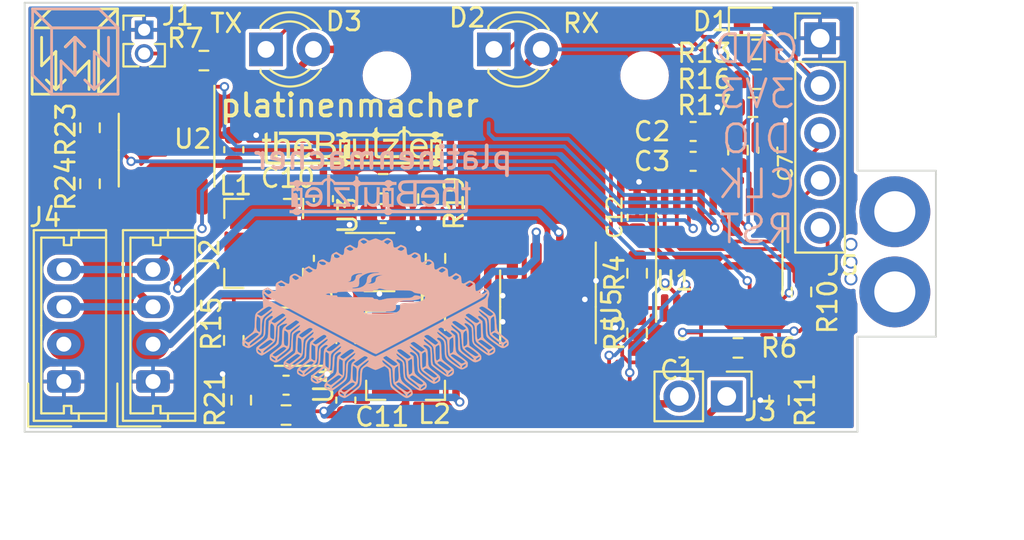
<source format=kicad_pcb>
(kicad_pcb (version 20221018) (generator pcbnew)
  (layers (0 "F.Cu" signal) (1 "In1.Cu" signal) (2 "In2.Cu" signal) (31 "B.Cu" signal) (34 "B.Paste" user) (35 "F.Paste" user) (36 "B.SilkS" user "B.Silkscreen") (37 "F.SilkS" user "F.Silkscreen") (38 "B.Mask" user) (39 "F.Mask" user) (44 "Edge.Cuts" user))
  (net 0 "")
  (net 1 "GND")
  (net 2 "/RST")
  (net 3 "+3V3")
  (net 4 "Net-(U2-VREF)")
  (net 5 "Net-(U1-PA6)")
  (net 6 "Net-(U3-BOOT)")
  (net 7 "Net-(U3-SW)")
  (net 8 "Net-(U4-BOOT)")
  (net 9 "Net-(U4-SW)")
  (net 10 "Net-(D1-K)")
  (net 11 "Net-(D2-K)")
  (net 12 "/OW")
  (net 13 "Net-(D3-K)")
  (net 14 "Net-(J2-Pin_3)")
  (net 15 "Net-(J2-Pin_4)")
  (net 16 "Net-(J3-Pin_1)")
  (net 17 "/SWDIO")
  (net 18 "/SWCLK")
  (net 19 "Net-(J3-Pin_2)")
  (net 20 "Net-(U1-BOOT0)")
  (net 21 "Net-(U1-PA0)")
  (net 22 "Net-(U1-PA5)")
  (net 23 "Net-(U3-EN)")
  (net 24 "Net-(U4-EN)")
  (net 25 "/PF0")
  (net 26 "/PF1")
  (net 27 "Net-(U3-FB)")
  (net 28 "Net-(U4-FB)")
  (net 29 "Net-(U1-PA7)")
  (net 30 "Net-(U2-RXD)")
  (net 33 "/PA2")
  (net 34 "/UART1_TX")
  (net 35 "/UART1_RX")
  (net 36 "/HEAT")
  (net 37 "/PA3")
  (net 38 "/PA4")
  (footprint "MountingHole:MountingHole_2.1mm" (layer "F.Cu") (at 133.6 85.4)
    (fp_text reference "REF**" hide)
    (fp_text value "MountingHole_2.1mm")
  )
  (footprint "Package_SO:TSSOP-20_4.4x6.5mm_P0.65mm" (layer "F.Cu") (at 137.6 95 90)
    (fp_text reference "U1")
    (fp_text value "STM32F070F6")
  )
  (footprint "Resistor_SMD:R_0603_1608Metric" (layer "F.Cu") (at 110 84.6 180)
    (fp_text reference "R7")
    (fp_text value "4K7")
  )
  (footprint "Capacitor_SMD:C_0603_1608Metric" (layer "F.Cu") (at 116.4 95.2 90)
    (fp_text reference "C5")
    (fp_text value "4µ7")
  )
  (footprint "MountingHole:MountingHole_2.2mm_M2_DIN965_Pad" (layer "F.Cu") (at 147 97)
    (fp_text reference "H2" hide)
    (fp_text value "MountingHole_Pad")
  )
  (footprint "Inductor_SMD:L_Bourns-SRN4018" (layer "F.Cu") (at 113.2 94.4 90)
    (fp_text reference "L1")
    (fp_text value "10µ")
  )
  (footprint "Capacitor_SMD:C_0603_1608Metric" (layer "F.Cu") (at 135.6 100 180)
    (fp_text reference "C1")
    (fp_text value "100nF")
  )
  (footprint "theBrutzler:thebrutzler_10mm_mod" (layer "F.Cu") (at 118 89.2)
    (fp_text reference "G***" hide)
    (fp_text value "LOGO" hide)
  )
  (footprint "LED_SMD:LED_0603_1608Metric" (layer "F.Cu") (at 139.6 82.5)
    (fp_text reference "D1")
    (fp_text value "LED")
  )
  (footprint "Capacitor_SMD:C_0603_1608Metric" (layer "F.Cu") (at 136.2 88.4 180)
    (fp_text reference "C2")
    (fp_text value "4,7µF")
  )
  (footprint "Resistor_SMD:R_0603_1608Metric" (layer "F.Cu") (at 133.2 99.2 -90)
    (fp_text reference "R5")
    (fp_text value "100" hide)
  )
  (footprint "Connector_Molex:Molex_Micro-Latch_53253-0470_1x04_P2.00mm_Vertical" (layer "F.Cu") (at 102.5 101.8 90)
    (fp_text reference "J4")
    (fp_text value "Conn_01x04_Female")
  )
  (footprint "Package_SO:SOIC-8_3.9x4.9mm_P1.27mm" (layer "F.Cu") (at 108 89.4 -90)
    (fp_text reference "U2")
    (fp_text value "SN65HVD1050D")
  )
  (footprint "Package_TO_SOT_SMD:SOT-23-6" (layer "F.Cu") (at 119.4 95.4)
    (fp_text reference "U3")
    (fp_text value "TPS54202DDC")
  )
  (footprint "Connector_Molex:Molex_Micro-Latch_53253-0470_1x04_P2.00mm_Vertical" (layer "F.Cu") (at 107.275 101.8 90)
    (fp_text reference "J2")
    (fp_text value "Conn_01x04_Female")
  )
  (footprint "Capacitor_SMD:C_0603_1608Metric" (layer "F.Cu") (at 136.2 90 180)
    (fp_text reference "C3")
    (fp_text value "100nF")
  )
  (footprint "Resistor_SMD:R_0603_1608Metric" (layer "F.Cu") (at 111.6 99.6 90)
    (fp_text reference "R15")
    (fp_text value "4K7")
  )
  (footprint "Resistor_SMD:R_0603_1608Metric" (layer "F.Cu") (at 142 97 -90)
    (fp_text reference "R10")
    (fp_text value "4K7")
  )
  (footprint "Resistor_SMD:R_0603_1608Metric" (layer "F.Cu") (at 138.6 100 180)
    (fp_text reference "R6")
    (fp_text value "4K7")
  )
  (footprint "Resistor_SMD:R_0603_1608Metric" (layer "F.Cu") (at 119.6 91.2 180)
    (fp_text reference "R18" hide)
    (fp_text value "733K")
  )
  (footprint "Connector_PinHeader_2.54mm:PinHeader_1x05_P2.54mm_Vertical" (layer "F.Cu") (at 143 83.4)
    (fp_text reference "J5")
    (fp_text value "Conn_01x05_Female")
  )
  (footprint "Capacitor_SMD:C_0603_1608Metric" (layer "F.Cu") (at 111.6 89.375 90)
    (fp_text reference "C4" hide)
    (fp_text value "100nF")
  )
  (footprint "Resistor_SMD:R_0603_1608Metric" (layer "F.Cu") (at 122 92 90)
    (fp_text reference "R19")
    (fp_text value "100K")
  )
  (footprint "TheBrutzlers_Lib:Symbol_kurzschlussblog" (layer "F.Cu") (at 100.8 86.4)
    (fp_text reference "SM3" hide)
    (fp_text value "SYM_Arrow45_Tiny" hide)
  )
  (footprint "Connector_PinHeader_2.54mm:PinHeader_1x02_P2.54mm_Vertical" (layer "F.Cu") (at 138 102.6 -90)
    (fp_text reference "J3")
    (fp_text value "Conn_01x02_Female")
  )
  (footprint "Resistor_SMD:R_0603_1608Metric" (layer "F.Cu") (at 138.6 89.4 -90)
    (fp_text reference "R22" hide)
    (fp_text value "100")
  )
  (footprint "Resistor_SMD:R_0603_1608Metric" (layer "F.Cu") (at 139.6 84)
    (fp_text reference "R13")
    (fp_text value "1K")
  )
  (footprint "MountingHole:MountingHole_2.2mm_M2_DIN965_Pad" (layer "F.Cu") (at 147 92.7)
    (fp_text reference "H1" hide)
    (fp_text value "MountingHole_Pad")
  )
  (footprint "Resistor_SMD:R_0603_1608Metric" (layer "F.Cu") (at 112 102.8 -90)
    (fp_text reference "R21")
    (fp_text value "100K")
  )
  (footprint "LED_THT:LED_D3.0mm_IRBlack" (layer "F.Cu") (at 125.525 84)
    (fp_text reference "D2")
    (fp_text value "D_Photo")
  )
  (footprint "Capacitor_SMD:C_0603_1608Metric" (layer "F.Cu") (at 114.4 102)
    (fp_text reference "C9" hide)
    (fp_text value "100nF")
  )
  (footprint "Resistor_SMD:R_0603_1608Metric" (layer "F.Cu") (at 114.4 103.6)
    (fp_text reference "R20" hide)
    (fp_text value "450K")
  )
  (footprint "Resistor_SMD:R_0603_1608Metric" (layer "F.Cu") (at 140.8 102.8 -90)
    (fp_text reference "R11")
    (fp_text value "4K7")
  )
  (footprint "Capacitor_SMD:C_0603_1608Metric" (layer "F.Cu") (at 140.2 89.4 90)
    (fp_text reference "C7")
    (fp_text value "100nF")
  )
  (footprint "Capacitor_SMD:C_0603_1608Metric" (layer "F.Cu") (at 117.6 102.8 90)
    (fp_text reference "C11")
    (fp_text value "4µ7")
  )
  (footprint "Resistor_SMD:R_0603_1608Metric" (layer "F.Cu") (at 103.9 91.2 -90)
    (fp_text reference "R24")
    (fp_text value "2K")
  )
  (footprint "LED_THT:LED_D3.0mm_IRBlack" (layer "F.Cu") (at 113.325 84)
    (fp_text reference "D3")
    (fp_text value "IR204A")
  )
  (footprint "Package_TO_SOT_SMD:SOT-23-6" (layer "F.Cu") (at 114.6 99.4 180)
    (fp_text reference "U4")
    (fp_text value "TPS54202DDC")
  )
  (footprint "Capacitor_SMD:C_0603_1608Metric" (layer "F.Cu") (at 117.6 99.6 -90)
    (fp_text reference "C6")
    (fp_text value "4µ7")
  )
  (footprint "Package_SO:SOIC-8-1EP_3.9x4.9mm_P1.27mm_EP2.41x3.3mm" (layer "F.Cu") (at 128.425 97.8 -90)
    (fp_text reference "U5")
    (fp_text value "BDR6133")
  )
  (footprint "Resistor_SMD:R_0603_1608Metric" (layer "F.Cu") (at 103.9 88.2 -90)
    (fp_text reference "R23")
    (fp_text value "1K")
  )
  (footprint "MountingHole:MountingHole_2.1mm" (layer "F.Cu") (at 119.8 85.4)
    (fp_text reference "REF**" hide)
    (fp_text value "MountingHole_2.1mm")
  )
  (footprint "Resistor_SMD:R_0603_1608Metric" (layer "F.Cu") (at 139.4 87.1 180)
    (fp_text reference "R17")
    (fp_text value "4K7")
  )
  (footprint "Capacitor_SMD:C_0603_1608Metric" (layer "F.Cu") (at 116.4 92 -90)
    (fp_text reference "C10")
    (fp_text value "4µ7")
  )
  (footprint "Connector_PinHeader_1.27mm:PinHeader_1x02_P1.27mm_Vertical" (layer "F.Cu") (at 106.8 82.95)
    (fp_text reference "J1")
    (fp_text value "Conn_01x02_Female")
  )
  (footprint "Resistor_SMD:R_0603_1608Metric" (layer "F.Cu") (at 122.4 95.2 -90)
    (fp_text reference "R14")
    (fp_text value "4K7")
  )
  (footprint "Capacitor_SMD:C_0603_1608Metric" (layer "F.Cu") (at 133.2 93 -90)
    (fp_text reference "C12")
    (fp_text value "100nF")
  )
  (footprint "Inductor_SMD:L_Bourns-SRN4018" (layer "F.Cu") (at 120.8 100.4 -90)
    (fp_text reference "L2")
    (fp_text value "10µ")
  )
  (footprint "Capacitor_SMD:C_0603_1608Metric" (layer "F.Cu") (at 119.6 92.8 180)
    (fp_text reference "C8" hide)
    (fp_text value "100nF")
  )
  (footprint "Resistor_SMD:R_0603_1608Metric" (layer "F.Cu") (at 139.6 85.6)
    (fp_text reference "R16")
    (fp_text value "1K")
  )
  (footprint "Resistor_SMD:R_0603_1608Metric" (layer "F.Cu") (at 133.2 96 -90)
    (fp_text reference "R4")
    (fp_text value "100")
  )
  (footprint "TheBrutzlers_Lib:Symbol_kurzschlussblog" (layer "B.Cu") (at 105.3985 86.4 180)
    (fp_text reference "SM3" hide)
    (fp_text value "SYM_Arrow45_Tiny" hide)
  )
  (footprint "TheBrutzlers_Lib:Platinenmacher_14" (layer "B.Cu") (at 119.2 98.4 180)
    (fp_text reference "G***" hide)
    (fp_text value "LOGO" hide)
  )
  (footprint "theBrutzler:thebrutzler_10mm_mod" (layer "B.Cu") (at 119.4 91.8 180)
    (fp_text reference "G***" hide)
    (fp_text value "LOGO" hide)
  )
  (gr_line (start 149.2 99.4) (end 149.2 90.7) (stroke (width 0.1)) (layer "Edge.Cuts"))
  (gr_line (start 145 104.5) (end 145 99.4) (stroke (width 0.1)) (layer "Edge.Cuts"))
  (gr_line (start 145 99.4) (end 149.2 99.4) (stroke (width 0.1)) (layer "Edge.Cuts"))
  (gr_line (start 145 104.5) (end 100.4 104.5) (stroke (width 0.1)) (layer "Edge.Cuts"))
  (gr_line (start 145 90.5) (end 145 81.5) (stroke (width 0.1)) (layer "Edge.Cuts"))
  (gr_line (start 100.4 104.5) (end 100.4 81.5) (stroke (width 0.1)) (layer "Edge.Cuts"))
  (gr_line (start 149.2 90.7) (end 149.2 90.5) (stroke (width 0.1)) (layer "Edge.Cuts"))
  (gr_line (start 100.4 81.5) (end 145 81.5) (stroke (width 0.1)) (layer "Edge.Cuts"))
  (gr_line (start 149.2 90.5) (end 145 90.5) (stroke (width 0.1)) (layer "Edge.Cuts"))
  (gr_text "GND\n3V3\nDIO\nCLK\nRST" (at 139.6 88.8) (layer "B.SilkS") (effects (font (size 1.5 1.5)) (justify mirror)))
  (gr_text "platinenmacher" (at 119.6 89.8) (layer "B.SilkS") (effects (font (size 1.2 1.2) (thickness 0.2)) (justify mirror)))
  (gr_text "platinenmacher" (at 117.8 87) (layer "F.SilkS") (effects (font (size 1.2 1.2) (thickness 0.2))))
  (gr_text "TX" (at 111.2 82.6) (layer "F.SilkS") (effects (font (size 1 1))))
  (gr_text "RX" (at 130.2 82.6) (layer "F.SilkS") (effects (font (size 1 1))))
  (segment (start 133.2 100.025) (end 133.2 99.3) (width 0.4) (layer "F.Cu") (net 1))
  (segment (start 116.6 101.4) (end 116.6 101.375) (width 0.4) (layer "F.Cu") (net 1))
  (segment (start 138.575 87.1) (end 137.5 87.1) (width 0.2) (layer "F.Cu") (net 1))
  (segment (start 130.725 95.325) (end 131 95.6) (width 0.4) (layer "F.Cu") (net 1))
  (segment (start 133.2 99.3) (end 133.075 99.175) (width 0.4) (layer "F.Cu") (net 1))
  (segment (start 133.2 91.2) (end 133.3 91.1) (width 0.4) (layer "F.Cu") (net 1))
  (segment (start 111.425 101.4) (end 112 101.975) (width 0.2) (layer "F.Cu") (net 1))
  (segment (start 137.925 92.1375) (end 137.925 90.95) (width 0.4) (layer "F.Cu") (net 1))
  (segment (start 130.33 95.325) (end 130.725 95.325) (width 0.4) (layer "F.Cu") (net 1))
  (segment (start 140.2 88.625) (end 141.025 87.8) (width 0.2) (layer "F.Cu") (net 1))
  (segment (start 130 97.8) (end 130.4 97.4) (width 0.4) (layer "F.Cu") (net 1))
  (segment (start 141.025 87.8) (end 141.1505 87.8) (width 0.2) (layer "F.Cu") (net 1))
  (segment (start 128.425 97.8) (end 126.6 97.8) (width 0.4) (layer "F.Cu") (net 1))
  (segment (start 133.075 99.175) (end 132.295064 99.175) (width 0.4) (layer "F.Cu") (net 1))
  (segment (start 136.975 87.625) (end 137.5 87.1) (width 0.4) (layer "F.Cu") (net 1))
  (segment (start 133.2 92.225) (end 133.2 91.2) (width 0.4) (layer "F.Cu") (net 1))
  (segment (start 117.79375 93.59375) (end 118.2625 94.0625) (width 0.4) (layer "F.Cu") (net 1))
  (segment (start 128.425 97.8) (end 130 97.8) (width 0.4) (layer "F.Cu") (net 1))
  (segment (start 116.4 92.775) (end 117.18125 92.775) (width 0.4) (layer "F.Cu") (net 1))
  (segment (start 116.4 94.425) (end 116.775 94.425) (width 0.4) (layer "F.Cu") (net 1))
  (segment (start 126.6 97.8) (end 126 97.2) (width 0.4) (layer "F.Cu") (net 1))
  (segment (start 117.8 93.39375) (end 117.8 93.4) (width 0.4) (layer "F.Cu") (net 1))
  (segment (start 131 95.6) (end 131 96.4) (width 0.4) (layer "F.Cu") (net 1))
  (segment (start 132.295064 99.175) (end 132.036668 98.916604) (width 0.4) (layer "F.Cu") (net 1))
  (segment (start 117.18125 92.775) (end 117.8 93.39375) (width 0.4) (layer "F.Cu") (net 1))
  (segment (start 115.7375 100.35) (end 115.7375 100.9375) (width 0.4) (layer "F.Cu") (net 1))
  (segment (start 115.7375 100.9375) (end 116.2 101.4) (width 0.4) (layer "F.Cu") (net 1))
  (segment (start 111 101.4) (end 111.425 101.4) (width 0.2) (layer "F.Cu") (net 1))
  (segment (start 137.925 90.95) (end 136.975 90) (width 0.4) (layer "F.Cu") (net 1))
  (segment (start 117.60625 93.59375) (end 117.8 93.4) (width 0.4) (layer "F.Cu") (net 1))
  (segment (start 108.635 87.835) (end 109.4 88.6) (width 0.4) (layer "F.Cu") (net 1))
  (segment (start 116.775 94.425) (end 117.8 93.4) (width 0.4) (layer "F.Cu") (net 1))
  (segment (start 133.2 100.025) (end 134.8 100.025) (width 0.4) (layer "F.Cu") (net 1))
  (segment (start 117.6 102.025) (end 117.225 102.025) (width 0.4) (layer "F.Cu") (net 1))
  (segment (start 118.2625 94.0625) (end 118.2625 94.45) (width 0.4) (layer "F.Cu") (net 1))
  (segment (start 109.4 88.6) (end 111.6 88.6) (width 0.4) (layer "F.Cu") (net 1))
  (segment (start 140.8 103.625) (end 140.125 103.625) (width 0.2) (layer "F.Cu") (net 1))
  (segment (start 121.5 93.325) (end 122 92.825) (width 0.2) (layer "F.Cu") (net 1))
  (segment (start 140.125 103.625) (end 139.8 103.3) (width 0.2) (layer "F.Cu") (net 1))
  (segment (start 139.8 103.3) (end 139.8 102.8) (width 0.2) (layer "F.Cu") (net 1))
  (segment (start 126 98.6) (end 126.8 97.8) (width 0.4) (layer "F.Cu") (net 1))
  (segment (start 116.425 94.45) (end 116.4 94.425) (width 0.4) (layer "F.Cu") (net 1))
  (segment (start 121.5 93.6) (end 121.5 93.325) (width 0.2) (layer "F.Cu") (net 1))
  (segment (start 126.8 97.8) (end 128.425 97.8) (width 0.4) (layer "F.Cu") (net 1))
  (segment (start 134.8 100.025) (end 134.825 100) (width 0.4) (layer "F.Cu") (net 1))
  (segment (start 136.975 88.4) (end 136.975 87.625) (width 0.4) (layer "F.Cu") (net 1))
  (segment (start 111.6 88.6) (end 112.8 88.6) (width 0.4) (layer "F.Cu") (net 1))
  (segment (start 117.225 102.025) (end 116.6 101.4) (width 0.4) (layer "F.Cu") (net 1))
  (segment (start 116.6 101.375) (end 117.6 100.375) (width 0.4) (layer "F.Cu") (net 1))
  (segment (start 116.2 101.4) (end 116.6 101.4) (width 0.4) (layer "F.Cu") (net 1))
  (segment (start 108.635 86.925) (end 108.635 87.835) (width 0.4) (layer "F.Cu") (net 1))
  (segment (start 136.975 90) (end 136.975 88.4) (width 0.4) (layer "F.Cu") (net 1))
  (via (at 126 98.6) (size 0.5) (drill 0.3) (layers "F.Cu" "B.Cu") (net 1))
  (via (at 133.3 91.1) (size 0.5) (drill 0.3) (layers "F.Cu" "B.Cu") (net 1))
  (via (at 116.6 101.4) (size 0.5) (drill 0.3) (layers "F.Cu" "B.Cu") (net 1))
  (via (at 119.4 97.1) (size 0.5) (drill 0.3) (layers "F.Cu" "B.Cu") (net 1))
  (via (at 126 97.2) (size 0.5) (drill 0.3) (layers "F.Cu" "B.Cu") (net 1))
  (via (at 121.5 93.6) (size 0.5) (drill 0.3) (layers "F.Cu" "B.Cu") (net 1))
  (via (at 112.8 88.6) (size 0.5) (drill 0.3) (layers "F.Cu" "B.Cu") (net 1))
  (via (at 131 96.4) (size 0.5) (drill 0.3) (layers "F.Cu" "B.Cu") (net 1))
  (via (at 139.8 102.8) (size 0.5) (drill 0.3) (layers "F.Cu" "B.Cu") (net 1))
  (via (at 141.1505 87.8) (size 0.5) (drill 0.3) (layers "F.Cu" "B.Cu") (net 1))
  (via (at 137.5 87.1) (size 0.5) (drill 0.3) (layers "F.Cu" "B.Cu") (net 1))
  (via (at 117.8 93.4) (size 0.5) (drill 0.3) (layers "F.Cu" "B.Cu") (net 1))
  (via (at 132.036668 98.916604) (size 0.5) (drill 0.3) (layers "F.Cu" "B.Cu") (net 1))
  (via (at 111 101.4) (size 0.5) (drill 0.3) (layers "F.Cu" "B.Cu") (net 1))
  (via (at 130.4 97.4) (size 0.5) (drill 0.3) (layers "F.Cu" "B.Cu") (net 1))
  (segment (start 143.4 93.96) (end 143 93.56) (width 0.2) (layer "F.Cu") (net 2))
  (segment (start 141.6 99.1) (end 141.907107 99.1) (width 0.2) (layer "F.Cu") (net 2))
  (segment (start 135.641019 99.175) (end 135.63367 99.167651) (width 0.2) (layer "F.Cu") (net 2))
  (segment (start 136.625 99.175) (end 135.641019 99.175) (width 0.2) (layer "F.Cu") (net 2))
  (segment (start 137.775 100) (end 136.375 100) (width 0.2) (layer "F.Cu") (net 2))
  (segment (start 136.625 99.75) (end 136.375 100) (width 0.2) (layer "F.Cu") (net 2))
  (segment (start 141.907107 99.1) (end 143.4 97.607107) (width 0.2) (layer "F.Cu") (net 2))
  (segment (start 136.625 97.8625) (end 136.625 99.175) (width 0.2) (layer "F.Cu") (net 2))
  (segment (start 143.4 97.607107) (end 143.4 93.96) (width 0.2) (layer "F.Cu") (net 2))
  (segment (start 136.625 99.175) (end 136.625 99.75) (width 0.2) (layer "F.Cu") (net 2))
  (via (at 135.63367 99.167651) (size 0.5) (drill 0.3) (layers "F.Cu" "B.Cu") (net 2))
  (via (at 141.6 99.1) (size 0.5) (drill 0.3) (layers "F.Cu" "B.Cu") (net 2))
  (segment (start 135.701321 99.1) (end 135.63367 99.167651) (width 0.2) (layer "B.Cu") (net 2))
  (segment (start 141.6 99.1) (end 135.701321 99.1) (width 0.2) (layer "B.Cu") (net 2))
  (segment (start 126.765 85.3) (end 124 85.3) (width 0.4) (layer "F.Cu") (net 3))
  (segment (start 121.7 83) (end 118 83) (width 0.4) (layer "F.Cu") (net 3))
  (segment (start 120.225 103.575) (end 117.6 103.575) (width 0.4) (layer "F.Cu") (net 3))
  (segment (start 111.525 85.3) (end 110.825 84.6) (width 0.4) (layer "F.Cu") (net 3))
  (segment (start 118 83) (end 117 84) (width 0.4) (layer "F.Cu") (net 3))
  (segment (start 143 85.9) (end 141.7 84.6) (width 0.2) (layer "F.Cu") (net 3))
  (segment (start 133.2 95.175) (end 132.575 95.175) (width 0.2) (layer "F.Cu") (net 3))
  (segment (start 136.7505 95.8005) (end 137.275 96.325) (width 0.4) (layer "F.Cu") (net 3))
  (segment (start 132.465 89.135) (end 132.465 88.4) (width 0.4) (layer "F.Cu") (net 3))
  (segment (start 131.889743 99.6005) (end 131.887168 99.6005) (width 0.2) (layer "F.Cu") (net 3))
  (segment (start 132.399501 100.110258) (end 131.889743 99.6005) (width 0.2) (layer "F.Cu") (net 3))
  (segment (start 123.200999 86.099001) (end 123.200999 91.696644) (width 0.4) (layer "F.Cu") (net 3))
  (segment (start 124 85.3) (end 123.200999 86.099001) (width 0.4) (layer "F.Cu") (net 3))
  (segment (start 131.486668 99.2) (end 131.486668 96.888332) (width 0.2) (layer "F.Cu") (net 3))
  (segment (start 117 84) (end 115.865 84) (width 0.4) (layer "F.Cu") (net 3))
  (segment (start 136.425 91) (end 135.425 90) (width 0.4) (layer "F.Cu") (net 3))
  (segment (start 142 96.175) (end 141.4255 95.6005) (width 0.4) (layer "F.Cu") (net 3))
  (segment (start 123.200999 91.696644) (end 123.700499 92.196144) (width 0.4) (layer "F.Cu") (net 3))
  (segment (start 132.325 93.225) (end 132.325 89.275) (width 0.4) (layer "F.Cu") (net 3))
  (segment (start 115.865 84) (end 115.865 84.235) (width 0.4) (layer "F.Cu") (net 3))
  (segment (start 135.425 88.4) (end 132.465 88.4) (width 0.4) (layer "F.Cu") (net 3))
  (segment (start 137.275 92.1375) (end 137.275 91.275) (width 0.4) (layer "F.Cu") (net 3))
  (segment (start 124 85.3) (end 121.7 83) (width 0.4) (layer "F.Cu") (net 3))
  (segment (start 135.2255 95.8005) (end 136.7505 95.8005) (width 0.4) (layer "F.Cu") (net 3))
  (segment (start 139.425 100) (end 138.65 100.775) (width 0.2) (layer "F.Cu") (net 3))
  (segment (start 135.425 88.4) (end 135.425 90) (width 0.4) (layer "F.Cu") (net 3))
  (segment (start 131.887168 99.6005) (end 131.486668 99.2) (width 0.2) (layer "F.Cu") (net 3))
  (segment (start 132.325 89.275) (end 132.465 89.135) (width 0.4) (layer "F.Cu") (net 3))
  (segment (start 137 91) (end 136.425 91) (width 0.4) (layer "F.Cu") (net 3))
  (segment (start 132.575 95.175) (end 131.8 94.4) (width 0.2) (layer "F.Cu") (net 3))
  (segment (start 137.275 96.325) (end 137.275 97.8625) (width 0.4) (layer "F.Cu") (net 3))
  (segment (start 120.8 103) (end 120.225 103.575) (width 0.4) (layer "F.Cu") (net 3))
  (segment (start 141.7 84.6) (end 141.7 83.8125) (width 0.2) (layer "F.Cu") (net 3))
  (segment (start 131.486668 96.888332) (end 133.2 95.175) (width 0.2) (layer "F.Cu") (net 3))
  (segment (start 141.4255 95.6005) (end 137.9995 95.6005) (width 0.4) (layer "F.Cu") (net 3))
  (segment (start 137.275 91.275) (end 137 91) (width 0.4) (layer "F.Cu") (net 3))
  (segment (start 143 85.94) (end 143 85.9) (width 0.2) (layer "F.Cu") (net 3))
  (segment (start 137.9995 95.6005) (end 137.275 96.325) (width 0.4) (layer "F.Cu") (net 3))
  (segment (start 132.875 93.775) (end 132.325 93.225) (width 0.4) (layer "F.Cu") (net 3))
  (segment (start 133.2 93.775) (end 132.875 93.775) (width 0.4) (layer "F.Cu") (net 3))
  (segment (start 123.700499 96.628119) (end 123.5 96.828618) (width 0.4) (layer "F.Cu") (net 3))
  (segment (start 132.764243 100.775) (end 132.399501 100.410258) (width 0.2) (layer "F.Cu") (net 3))
  (segment (start 120.8 101.925) (end 120.8 103) (width 0.4) (layer "F.Cu") (net 3))
  (segment (start 132.465 88.4) (end 128.065 84) (width 0.4) (layer "F.Cu") (net 3))
  (segment (start 115.225 103.6) (end 115.425 103.4) (width 0.2) (layer "F.Cu") (net 3))
  (segment (start 123.700499 92.196144) (end 123.700499 96.628119) (width 0.4) (layer "F.Cu") (net 3))
  (segment (start 133.2 93.775) (end 135.2255 95.8005) (width 0.4) (layer "F.Cu") (net 3))
  (segment (start 115.425 103.4) (end 116.425 103.4) (width 0.2) (layer "F.Cu") (net 3))
  (segment (start 131.8 94.4) (end 131.8 89.065) (width 0.2) (layer "F.Cu") (net 3))
  (segment (start 117.6 103.575) (end 116.6 103.575) (width 0.4) (layer "F.Cu") (net 3))
  (segment (start 123.5 96.828618) (end 123.5 102.7) (width 0.4) (layer "F.Cu") (net 3))
  (segment (start 123.5 102.7) (end 123.7 102.9) (width 0.4) (layer "F.Cu") (net 3))
  (segment (start 116.6 103.575) (end 116.425 103.4) (width 0.4) (layer "F.Cu") (net 3))
  (segment (start 141.7 83.8125) (end 140.3875 82.5) (width 0.2) (layer "F.Cu") (net 3))
  (segment (start 128.065 84) (end 126.765 85.3) (width 0.4) (layer "F.Cu") (net 3))
  (segment (start 114.8 85.3) (end 111.525 85.3) (width 0.4) (layer "F.Cu") (net 3))
  (segment (start 132.399501 100.410258) (end 132.399501 100.110258) (width 0.2) (layer "F.Cu") (net 3))
  (segment (start 138.65 100.775) (end 132.764243 100.775) (width 0.2) (layer "F.Cu") (net 3))
  (segment (start 131.8 89.065) (end 132.465 88.4) (width 0.2) (layer "F.Cu") (net 3))
  (segment (start 115.865 84.235) (end 114.8 85.3) (width 0.4) (layer "F.Cu") (net 3))
  (via (at 116.425 103.4) (size 0.5) (drill 0.3) (layers "F.Cu" "B.Cu") (net 3))
  (via (at 123.7 102.9) (size 0.5) (drill 0.3) (layers "F.Cu" "B.Cu") (net 3))
  (segment (start 117.3985 102.6515) (end 123.4515 102.6515) (width 0.4) (layer "B.Cu") (net 3))
  (segment (start 137.007028 83.324) (end 137.314779 83.324) (width 0.2) (layer "B.Cu") (net 3))
  (segment (start 137.314779 83.324) (end 137.724536 82.914243) (width 0.2) (layer "B.Cu") (net 3))
  (segment (start 116.45 103.6) (end 117.3985 102.6515) (width 0.4) (layer "B.Cu") (net 3))
  (segment (start 137.724536 82.9) (end 139.9 82.9) (width 0.2) (layer "B.Cu") (net 3))
  (segment (start 116.45 103.6) (end 116.425 103.575) (width 0.2) (layer "B.Cu") (net 3))
  (segment (start 137.724536 82.914243) (end 137.724536 82.9) (width 0.2) (layer "B.Cu") (net 3))
  (segment (start 116.425 103.575) (end 116.425 103.4) (width 0.2) (layer "B.Cu") (net 3))
  (segment (start 136.331028 84) (end 137.007028 83.324) (width 0.2) (layer "B.Cu") (net 3))
  (segment (start 139.9 82.9) (end 143 86) (width 0.2) (layer "B.Cu") (net 3))
  (segment (start 128.065 84) (end 136.331028 84) (width 0.2) (layer "B.Cu") (net 3))
  (segment (start 123.4515 102.6515) (end 123.7 102.9) (width 0.4) (layer "B.Cu") (net 3))
  (segment (start 106.095 91.392183) (end 107.337183 90.15) (width 0.4) (layer "F.Cu") (net 4))
  (segment (start 106.095 91.875) (end 106.095 91.392183) (width 0.4) (layer "F.Cu") (net 4))
  (segment (start 107.337183 90.15) (end 111.6 90.15) (width 0.4) (layer "F.Cu") (net 4))
  (segment (start 140.425 85.6) (end 140.425 86.9) (width 0.2) (layer "F.Cu") (net 5))
  (segment (start 139.875 92.1375) (end 139.875 90.5) (width 0.2) (layer "F.Cu") (net 5))
  (segment (start 140.425 86.9) (end 140.225 87.1) (width 0.2) (layer "F.Cu") (net 5))
  (segment (start 139.875 90.5) (end 140.2 90.175) (width 0.2) (layer "F.Cu") (net 5))
  (segment (start 139.425 88.025) (end 139.425 89.4) (width 0.2) (layer "F.Cu") (net 5))
  (segment (start 140.225 87.225) (end 139.425 88.025) (width 0.2) (layer "F.Cu") (net 5))
  (segment (start 139.425 89.4) (end 140.2 90.175) (width 0.2) (layer "F.Cu") (net 5))
  (segment (start 140.225 87.1) (end 140.225 87.225) (width 0.2) (layer "F.Cu") (net 5))
  (segment (start 119.8 94.2) (end 119.8 93.375) (width 0.2) (layer "F.Cu") (net 6))
  (segment (start 120.5375 94.45) (end 120.05 94.45) (width 0.2) (layer "F.Cu") (net 6))
  (segment (start 120.05 94.45) (end 119.8 94.2) (width 0.2) (layer "F.Cu") (net 6))
  (segment (start 119.8 93.375) (end 120.375 92.8) (width 0.2) (layer "F.Cu") (net 6))
  (segment (start 118.825 92.8) (end 119.225 93.2) (width 0.2) (layer "F.Cu") (net 7))
  (segment (start 117 95.2) (end 115.8 95.2) (width 0.25) (layer "F.Cu") (net 7))
  (segment (start 119.225 94.786396) (end 118.611396 95.4) (width 0.2) (layer "F.Cu") (net 7))
  (segment (start 119.225 93.2) (end 119.225 94.786396) (width 0.2) (layer "F.Cu") (net 7))
  (segment (start 118.611396 95.4) (end 118.2625 95.4) (width 0.2) (layer "F.Cu") (net 7))
  (segment (start 115.075 95.925) (end 115.8 95.2) (width 0.4) (layer "F.Cu") (net 7))
  (segment (start 113.2 95.925) (end 115.075 95.925) (width 0.4) (layer "F.Cu") (net 7))
  (segment (start 118.2625 95.4) (end 117.2 95.4) (width 0.4) (layer "F.Cu") (net 7))
  (segment (start 117.2 95.4) (end 117 95.2) (width 0.4) (layer "F.Cu") (net 7))
  (segment (start 113.4625 100.35) (end 113.6 100.4875) (width 0.2) (layer "F.Cu") (net 8))
  (segment (start 113.6 101.975) (end 113.625 102) (width 0.2) (layer "F.Cu") (net 8))
  (segment (start 113.6 100.4875) (end 113.6 101.975) (width 0.2) (layer "F.Cu") (net 8))
  (segment (start 120.075 99.6) (end 120.8 98.875) (width 0.4) (layer "F.Cu") (net 9))
  (segment (start 114.6 101.425) (end 115.175 102) (width 0.2) (layer "F.Cu") (net 9))
  (segment (start 118.4 99.6) (end 120.075 99.6) (width 0.4) (layer "F.Cu") (net 9))
  (segment (start 115.7375 99.4) (end 115 99.4) (width 0.2) (layer "F.Cu") (net 9))
  (segment (start 116.8 99.6) (end 118.4 99.6) (width 0.25) (layer "F.Cu") (net 9))
  (segment (start 115 99.4) (end 114.6 99.8) (width 0.2) (layer "F.Cu") (net 9))
  (segment (start 116.6 99.4) (end 115.7375 99.4) (width 0.4) (layer "F.Cu") (net 9))
  (segment (start 116.6 99.4) (end 116.8 99.6) (width 0.4) (layer "F.Cu") (net 9))
  (segment (start 114.6 99.8) (end 114.6 101.425) (width 0.2) (layer "F.Cu") (net 9))
  (segment (start 138.775 82.5375) (end 138.8125 82.5) (width 0.2) (layer "F.Cu") (net 10))
  (segment (start 138.775 84) (end 138.775 82.5375) (width 0.2) (layer "F.Cu") (net 10))
  (segment (start 125.525 84) (end 126.32996 84) (width 0.2) (layer "F.Cu") (net 11))
  (segment (start 126.32996 84) (end 127.52996 82.8) (width 0.2) (layer "F.Cu") (net 11))
  (segment (start 137.2 85.4) (end 138.775 85.4) (width 0.2) (layer "F.Cu") (net 11))
  (segment (start 127.52996 82.8) (end 134.6 82.8) (width 0.2) (layer "F.Cu") (net 11))
  (segment (start 134.6 82.8) (end 137.2 85.4) (width 0.2) (layer "F.Cu") (net 11))
  (segment (start 138.575 93.025) (end 138.575 92.1375) (width 0.2) (layer "F.Cu") (net 12))
  (segment (start 136.924 83.324) (end 136.735293 83.324) (width 0.2) (layer "F.Cu") (net 12))
  (segment (start 136.735293 83.324) (end 136.325536 82.914243) (width 0.2) (layer "F.Cu") (net 12))
  (segment (start 109.975 83.8) (end 109.175 84.6) (width 0.2) (layer "F.Cu") (net 12))
  (segment (start 112 83.005688) (end 112 83.4) (width 0.2) (layer "F.Cu") (net 12))
  (segment (start 139.05 93.5) (end 138.575 93.025) (width 0.2) (layer "F.Cu") (net 12))
  (segment (start 136.325536 82.914243) (end 136.325536 82.725536) (width 0.2) (layer "F.Cu") (net 12))
  (segment (start 108.795 84.22) (end 109.175 84.6) (width 0.2) (layer "F.Cu") (net 12))
  (segment (start 111.6 83.8) (end 109.975 83.8) (width 0.2) (layer "F.Cu") (net 12))
  (segment (start 106.8 84.22) (end 108.795 84.22) (width 0.2) (layer "F.Cu") (net 12))
  (segment (start 113.005688 82) (end 112 83.005688) (width 0.2) (layer "F.Cu") (net 12))
  (segment (start 112 83.4) (end 111.6 83.8) (width 0.2) (layer "F.Cu") (net 12))
  (segment (start 135.6 82) (end 113.005688 82) (width 0.2) (layer "F.Cu") (net 12))
  (segment (start 136.325536 82.725536) (end 135.6 82) (width 0.2) (layer "F.Cu") (net 12))
  (segment (start 139.15 93.5) (end 139.05 93.5) (width 0.2) (layer "F.Cu") (net 12))
  (segment (start 137.7 84.1) (end 136.924 83.324) (width 0.2) (layer "F.Cu") (net 12))
  (via (at 137.7 84.1) (size 0.5) (drill 0.3) (layers "F.Cu" "B.Cu") (net 12))
  (via (at 139.15 93.5) (size 0.5) (drill 0.3) (layers "F.Cu" "B.Cu") (net 12))
  (segment (start 139.15 85.55) (end 137.7 84.1) (width 0.2) (layer "B.Cu") (net 12))
  (segment (start 139.15 93.5) (end 139.15 85.55) (width 0.2) (layer "B.Cu") (net 12))
  (segment (start 139.2 84.8) (end 137.4 84.8) (width 0.2) (layer "F.Cu") (net 13))
  (segment (start 127.36498 82.4) (end 135 82.4) (width 0.2) (layer "F.Cu") (net 13))
  (segment (start 127.265479 82.499501) (end 127.36498 82.4) (width 0.2) (layer "F.Cu") (net 13))
  (segment (start 139.475 86.082107) (end 139.475 85.075) (width 0.2) (layer "F.Cu") (net 13))
  (segment (start 138.6 88.28502) (end 139.275 87.61002) (width 0.2) (layer "F.Cu") (net 13))
  (segment (start 139.275 86.282107) (end 139.475 86.082107) (width 0.2) (layer "F.Cu") (net 13))
  (segment (start 114.825499 82.499501) (end 127.265479 82.499501) (width 0.2) (layer "F.Cu") (net 13))
  (segment (start 139.275 87.61002) (end 139.275 86.282107) (width 0.2) (layer "F.Cu") (net 13))
  (segment (start 138.6 88.375) (end 138.6 88.28502) (width 0.2) (layer "F.Cu") (net 13))
  (segment (start 137.4 84.8) (end 137.15 84.55) (width 0.2) (layer "F.Cu") (net 13))
  (segment (start 139.475 85.075) (end 139.2 84.8) (width 0.2) (layer "F.Cu") (net 13))
  (segment (start 135 82.4) (end 137.15 84.55) (width 0.2) (layer "F.Cu") (net 13))
  (segment (start 113.325 84) (end 114.825499 82.499501) (width 0.2) (layer "F.Cu") (net 13))
  (segment (start 107.365 94.035) (end 106.8 94.6) (width 0.4) (layer "F.Cu") (net 14))
  (segment (start 107.365 91.875) (end 107.365 94.035) (width 0.4) (layer "F.Cu") (net 14))
  (segment (start 105.975 95.385786) (end 105.975 96.5) (width 0.4) (layer "F.Cu") (net 14))
  (segment (start 106.8 94.6) (end 106.760786 94.6) (width 0.4) (layer "F.Cu") (net 14))
  (segment (start 106.760786 94.6) (end 105.975 95.385786) (width 0.4) (layer "F.Cu") (net 14))
  (segment (start 105.975 96.5) (end 107.275 97.8) (width 0.4) (layer "F.Cu") (net 14))
  (segment (start 107.275 97.8) (end 102.5 97.8) (width 0.4) (layer "B.Cu") (net 14))
  (segment (start 108.635 94.44) (end 107.275 95.8) (width 0.4) (layer "F.Cu") (net 15))
  (segment (start 108.635 91.875) (end 108.635 94.44) (width 0.4) (layer "F.Cu") (net 15))
  (segment (start 107.275 95.8) (end 102.5 95.8) (width 0.4) (layer "B.Cu") (net 15))
  (segment (start 136.75 103.85) (end 126.85 103.85) (width 0.4) (layer "F.Cu") (net 16))
  (segment (start 125.675 95.325) (end 126.52 95.325) (width 0.4) (layer "F.Cu") (net 16))
  (segment (start 126.85 103.85) (end 125.2 102.2) (width 0.4) (layer "F.Cu") (net 16))
  (segment (start 125.2 102.2) (end 125.2 95.8) (width 0.4) (layer "F.Cu") (net 16))
  (segment (start 138 102.6) (end 136.75 103.85) (width 0.4) (layer "F.Cu") (net 16))
  (segment (start 125.2 95.8) (end 125.675 95.325) (width 0.4) (layer "F.Cu") (net 16))
  (segment (start 141.2 93.7) (end 141.2 90.957442) (width 0.2) (layer "F.Cu") (net 17))
  (segment (start 135.325 92.1375) (end 135.325 93.825) (width 0.2) (layer "F.Cu") (net 17))
  (segment (start 135.8 94.3) (end 140.6 94.3) (width 0.2) (layer "F.Cu") (net 17))
  (segment (start 140.6 94.3) (end 141.2 93.7) (width 0.2) (layer "F.Cu") (net 17))
  (segment (start 141.2 90.957442) (end 143 89.157442) (width 0.2) (layer "F.Cu") (net 17))
  (segment (start 143 89.157442) (end 143 88.48) (width 0.2) (layer "F.Cu") (net 17))
  (segment (start 135.325 93.825) (end 135.8 94.3) (width 0.2) (layer "F.Cu") (net 17))
  (segment (start 135.5 94.7) (end 140.7 94.7) (width 0.2) (layer "F.Cu") (net 18))
  (segment (start 134.675 92.1375) (end 134.675 93.875) (width 0.2) (layer "F.Cu") (net 18))
  (segment (start 141.599501 92.420499) (end 143 91.02) (width 0.2) (layer "F.Cu") (net 18))
  (segment (start 140.765479 94.699501) (end 141.599501 93.865479) (width 0.2) (layer "F.Cu") (net 18))
  (segment (start 141.599501 93.865479) (end 141.599501 92.420499) (width 0.2) (layer "F.Cu") (net 18))
  (segment (start 140.700499 94.699501) (end 140.765479 94.699501) (width 0.2) (layer "F.Cu") (net 18))
  (segment (start 140.7 94.7) (end 140.700499 94.699501) (width 0.2) (layer "F.Cu") (net 18))
  (segment (start 134.675 93.875) (end 135.5 94.7) (width 0.2) (layer "F.Cu") (net 18))
  (segment (start 127.4 103) (end 135.06 103) (width 0.4) (layer "F.Cu") (net 19))
  (segment (start 126.52 100.275) (end 126.52 102.12) (width 0.4) (layer "F.Cu") (net 19))
  (segment (start 126.52 102.12) (end 127.4 103) (width 0.4) (layer "F.Cu") (net 19))
  (segment (start 135.06 103) (end 135.46 102.6) (width 0.4) (layer "F.Cu") (net 19))
  (segment (start 133.7125 97.8625) (end 133.2 98.375) (width 0.2) (layer "F.Cu") (net 20))
  (segment (start 134.675 97.8625) (end 133.7125 97.8625) (width 0.2) (layer "F.Cu") (net 20))
  (segment (start 133.2 96.825) (end 133.2 98.375) (width 0.2) (layer "F.Cu") (net 20))
  (segment (start 138.1 98.9) (end 140.925 98.9) (width 0.2) (layer "F.Cu") (net 21))
  (segment (start 140.925 98.9) (end 142 97.825) (width 0.2) (layer "F.Cu") (net 21))
  (segment (start 137.925 98.725) (end 138.1 98.9) (width 0.2) (layer "F.Cu") (net 21))
  (segment (start 137.925 97.8625) (end 137.925 98.725) (width 0.2) (layer "F.Cu") (net 21))
  (segment (start 140.8 101.975) (end 140.8 99.025) (width 0.2) (layer "F.Cu") (net 21))
  (segment (start 140.8 99.025) (end 140.925 98.9) (width 0.2) (layer "F.Cu") (net 21))
  (segment (start 140.425 84) (end 141.85 85.425) (width 0.2) (layer "F.Cu") (net 22))
  (segment (start 141.85 85.425) (end 141.85 89.742462) (width 0.2) (layer "F.Cu") (net 22))
  (segment (start 140.525 91.067462) (end 140.525 92.1375) (width 0.2) (layer "F.Cu") (net 22))
  (segment (start 141.85 89.742462) (end 140.525 91.067462) (width 0.2) (layer "F.Cu") (net 22))
  (segment (start 121.477913 95.2) (end 120.7375 95.2) (width 0.2) (layer "F.Cu") (net 23))
  (segment (start 122.4 94.375) (end 122.302913 94.375) (width 0.2) (layer "F.Cu") (net 23))
  (segment (start 120.7375 95.2) (end 120.5375 95.4) (width 0.2) (layer "F.Cu") (net 23))
  (segment (start 122.302913 94.375) (end 121.477913 95.2) (width 0.2) (layer "F.Cu") (net 23))
  (segment (start 113.4 99.4) (end 113.4625 99.4) (width 0.2) (layer "F.Cu") (net 24))
  (segment (start 112.7 99.6) (end 113.2 99.6) (width 0.2) (layer "F.Cu") (net 24))
  (segment (start 111.875 100.425) (end 112.7 99.6) (width 0.2) (layer "F.Cu") (net 24))
  (segment (start 111.6 100.425) (end 111.875 100.425) (width 0.2) (layer "F.Cu") (net 24))
  (segment (start 113.2 99.6) (end 113.4 99.4) (width 0.2) (layer "F.Cu") (net 24))
  (segment (start 129.06 101.46) (end 129.2 101.6) (width 0.2) (layer "F.Cu") (net 25))
  (segment (start 129.2 101.6) (end 131.6 101.6) (width 0.2) (layer "F.Cu") (net 25))
  (segment (start 131.6 101.6) (end 131.700001 101.499999) (width 0.2) (layer "F.Cu") (net 25))
  (segment (start 131.700001 101.499999) (end 131.700001 100.400001) (width 0.2) (layer "F.Cu") (net 25))
  (segment (start 129.06 100.275) (end 129.06 101.46) (width 0.2) (layer "F.Cu") (net 25))
  (segment (start 135.325 97.8625) (end 135.325 97.1505) (width 0.2) (layer "F.Cu") (net 25))
  (segment (start 135.325 97.1505) (end 134.7 96.5255) (width 0.2) (layer "F.Cu") (net 25))
  (via (at 134.7 96.5255) (size 0.5) (drill 0.3) (layers "F.Cu" "B.Cu") (net 25))
  (via (at 131.700001 100.400001) (size 0.5) (drill 0.3) (layers "F.Cu" "B.Cu") (net 25))
  (segment (start 131.999999 100.400001) (end 131.700001 100.400001) (width 0.2) (layer "B.Cu") (net 25))
  (segment (start 134.7 96.5255) (end 134.1 97.1255) (width 0.2) (layer "B.Cu") (net 25))
  (segment (start 134.1 97.1255) (end 134.1 98.3) (width 0.2) (layer "B.Cu") (net 25))
  (segment (start 134.1 98.3) (end 131.999999 100.400001) (width 0.2) (layer "B.Cu") (net 25))
  (segment (start 127.79 101.99) (end 127.79 100.275) (width 0.2) (layer "F.Cu") (net 26))
  (segment (start 132.804292 101.795708) (end 132.2 102.4) (width 0.2) (layer "F.Cu") (net 26))
  (segment (start 132.2 102.4) (end 128.2 102.4) (width 0.2) (layer "F.Cu") (net 26))
  (segment (start 132.804292 101.3245) (end 132.804292 101.795708) (width 0.2) (layer "F.Cu") (net 26))
  (segment (start 135.975 97.8625) (end 135.975 96.775) (width 0.2) (layer "F.Cu") (net 26))
  (segment (start 135.975 96.775) (end 135.8 96.6) (width 0.2) (layer "F.Cu") (net 26))
  (segment (start 128.2 102.4) (end 127.79 101.99) (width 0.2) (layer "F.Cu") (net 26))
  (via (at 135.8 96.6) (size 0.5) (drill 0.3) (layers "F.Cu" "B.Cu") (net 26))
  (via (at 132.804292 101.3245) (size 0.5) (drill 0.3) (layers "F.Cu" "B.Cu") (net 26))
  (segment (start 134.499501 98.465479) (end 134.499501 97.900499) (width 0.2) (layer "B.Cu") (net 26))
  (segment (start 132.804292 101.3245) (end 132.804292 100.160688) (width 0.2) (layer "B.Cu") (net 26))
  (segment (start 132.804292 100.160688) (end 134.499501 98.465479) (width 0.2) (layer "B.Cu") (net 26))
  (segment (start 134.499501 97.900499) (end 135.8 96.6) (width 0.2) (layer "B.Cu") (net 26))
  (segment (start 123.2 92.402047) (end 123.2 94.8) (width 0.2) (layer "F.Cu") (net 27))
  (segment (start 120.425 91.2) (end 121.975 91.2) (width 0.2) (layer "F.Cu") (net 27))
  (segment (start 122.925 95.075) (end 122.167893 95.075) (width 0.2) (layer "F.Cu") (net 27))
  (segment (start 122.167893 95.075) (end 120.892893 96.35) (width 0.2) (layer "F.Cu") (net 27))
  (segment (start 122 91.175) (end 122 91.202047) (width 0.2) (layer "F.Cu") (net 27))
  (segment (start 120.892893 96.35) (end 120.5375 96.35) (width 0.2) (layer "F.Cu") (net 27))
  (segment (start 121.975 91.2) (end 122 91.175) (width 0.2) (layer "F.Cu") (net 27))
  (segment (start 122 91.202047) (end 123.2 92.402047) (width 0.2) (layer "F.Cu") (net 27))
  (segment (start 123.2 94.8) (end 122.925 95.075) (width 0.2) (layer "F.Cu") (net 27))
  (segment (start 112 103.625) (end 110.3005 101.9255) (width 0.2) (layer "F.Cu") (net 28))
  (segment (start 112.025 103.6) (end 112 103.625) (width 0.2) (layer "F.Cu") (net 28))
  (segment (start 111.242893 99.6) (end 111.963604 99.6) (width 0.2) (layer "F.Cu") (net 28))
  (segment (start 110.3005 100.542393) (end 111.242893 99.6) (width 0.2) (layer "F.Cu") (net 28))
  (segment (start 113.113604 98.45) (end 113.4625 98.45) (width 0.2) (layer "F.Cu") (net 28))
  (segment (start 113.575 103.6) (end 112.025 103.6) (width 0.2) (layer "F.Cu") (net 28))
  (segment (start 111.963604 99.6) (end 113.113604 98.45) (width 0.2) (layer "F.Cu") (net 28))
  (segment (start 110.3005 101.9255) (end 110.3005 100.542393) (width 0.2) (layer "F.Cu") (net 28))
  (segment (start 139.225 92.1375) (end 139.225 90.65) (width 0.2) (layer "F.Cu") (net 29))
  (segment (start 139.225 90.65) (end 138.6 90.025) (width 0.2) (layer "F.Cu") (net 29))
  (segment (start 103.9 87.375) (end 104.475 86.8) (width 0.25) (layer "F.Cu") (net 30))
  (segment (start 104.475 86.8) (end 105.97 86.8) (width 0.25) (layer "F.Cu") (net 30))
  (segment (start 105.97 86.8) (end 106.095 86.925) (width 0.25) (layer "F.Cu") (net 30))
  (segment (start 139.1 96.4) (end 139.225 96.525) (width 0.2) (layer "F.Cu") (net 33))
  (segment (start 109.9 93.6) (end 109.9 91.88) (width 0.2) (layer "F.Cu") (net 33))
  (segment (start 109.9 91.88) (end 109.905 91.875) (width 0.2) (layer "F.Cu") (net 33))
  (segment (start 139.225 96.525) (end 139.225 97.8625) (width 0.2) (layer "F.Cu") (net 33))
  (via (at 139.1 96.4) (size 0.5) (drill 0.3) (layers "F.Cu" "B.Cu") (net 33))
  (via (at 109.9 93.6) (size 0.5) (drill 0.3) (layers "F.Cu" "B.Cu") (net 33))
  (segment (start 137.65 94.95) (end 133.15 94.95) (width 0.2) (layer "B.Cu") (net 33))
  (segment (start 139.1 96.4) (end 137.65 94.95) (width 0.2) (layer "B.Cu") (net 33))
  (segment (start 111.1 90.4) (end 109.9 91.6) (width 0.2) (layer "B.Cu") (net 33))
  (segment (start 133.15 94.95) (end 128.6 90.4) (width 0.2) (layer "B.Cu") (net 33))
  (segment (start 128.6 90.4) (end 111.1 90.4) (width 0.2) (layer "B.Cu") (net 33))
  (segment (start 109.9 91.6) (end 109.9 93.6) (width 0.2) (layer "B.Cu") (net 33))
  (segment (start 137.35 93.55) (end 136.625 92.825) (width 0.2) (layer "F.Cu") (net 34))
  (segment (start 110.2 86) (end 109.905 86.295) (width 0.2) (layer "F.Cu") (net 34))
  (segment (start 136.625 92.825) (end 136.625 92.1375) (width 0.2) (layer "F.Cu") (net 34))
  (segment (start 109.905 86.295) (end 109.905 86.925) (width 0.2) (layer "F.Cu") (net 34))
  (segment (start 111.1 86) (end 110.2 86) (width 0.2) (layer "F.Cu") (net 34))
  (via (at 137.35 93.55) (size 0.5) (drill 0.3) (layers "F.Cu" "B.Cu") (net 34))
  (via (at 111.1 86) (size 0.5) (drill 0.3) (layers "F.Cu" "B.Cu") (net 34))
  (segment (start 136.35 92.2) (end 132.3 92.2) (width 0.2) (layer "B.Cu") (net 34))
  (segment (start 132.3 92.2) (end 129.3 89.2) (width 0.2) (layer "B.Cu") (net 34))
  (segment (start 111.1 88.55) (end 111.1 86) (width 0.2) (layer "B.Cu") (net 34))
  (segment (start 129.3 89.2) (end 111.75 89.2) (width 0.2) (layer "B.Cu") (net 34))
  (segment (start 137.35 93.55) (end 137.35 93.2) (width 0.2) (layer "B.Cu") (net 34))
  (segment (start 111.75 89.2) (end 111.1 88.55) (width 0.2) (layer "B.Cu") (net 34))
  (segment (start 137.35 93.2) (end 136.35 92.2) (width 0.2) (layer "B.Cu") (net 34))
  (segment (start 105.2 89.1) (end 106.1 90) (width 0.2) (layer "F.Cu") (net 35))
  (segment (start 135.975 92.1375) (end 135.975 93.375) (width 0.2) (layer "F.Cu") (net 35))
  (segment (start 103.9 89.1) (end 105.2 89.1) (width 0.2) (layer "F.Cu") (net 35))
  (segment (start 135.975 93.375) (end 136.2 93.6) (width 0.2) (layer "F.Cu") (net 35))
  (segment (start 103.9 89.025) (end 103.9 90.375) (width 0.25) (layer "F.Cu") (net 35))
  (via (at 106.1 90) (size 0.5) (drill 0.3) (layers "F.Cu" "B.Cu") (net 35))
  (via (at 136.2 93.6) (size 0.5) (drill 0.3) (layers "F.Cu" "B.Cu") (net 35))
  (segment (start 106.1 90) (end 128.8 90) (width 0.2) (layer "B.Cu") (net 35))
  (segment (start 131.95 93.15) (end 135.75 93.15) (width 0.2) (layer "B.Cu") (net 35))
  (segment (start 135.75 93.15) (end 136.2 93.6) (width 0.2) (layer "B.Cu") (net 35))
  (segment (start 128.8 90) (end 131.95 93.15) (width 0.2) (layer "B.Cu") (net 35))
  (segment (start 113.6 91.2) (end 116.375 91.2) (width 0.4) (layer "F.Cu") (net 36))
  (segment (start 116.375 91.2) (end 116.4 91.225) (width 0.4) (layer "F.Cu") (net 36))
  (segment (start 113.2 91.6) (end 113.6 91.2) (width 0.4) (layer "F.Cu") (net 36))
  (segment (start 118.775 91.2) (end 116.4 91.2) (width 0.2) (layer "F.Cu") (net 36))
  (segment (start 113.2 92.875) (end 110.925 92.875) (width 0.4) (layer "F.Cu") (net 36))
  (segment (start 115.6 89.4) (end 112.208176 89.4) (width 0.4) (layer "F.Cu") (net 36))
  (segment (start 117.6 98.825) (end 117.6 97.2) (width 0.4) (layer "F.Cu") (net 36))
  (segment (start 113.2 92.875) (end 113.2 91.6) (width 0.4) (layer "F.Cu") (net 36))
  (segment (start 116.4 95.975) (end 116.775 96.35) (width 0.4) (layer "F.Cu") (net 36))
  (segment (start 107.365 86.925) (end 107.365 88.365) (width 0.4) (layer "F.Cu") (net 36))
  (segment (start 116.227817 98.45) (end 116.577817 98.8) (width 0.4) (layer "F.Cu") (net 36))
  (segment (start 117.575 98.8) (end 117.6 98.825) (width 0.4) (layer "F.Cu") (net 36))
  (segment (start 129.06 93.86) (end 129 93.8) (width 0.4) (layer "F.Cu") (net 36))
  (segment (start 110.8 97.2) (end 108.2 99.8) (width 0.4) (layer "F.Cu") (net 36))
  (segment (start 116.425 91.2) (end 116.4 91.225) (width 0.2) (layer "F.Cu") (net 36))
  (segment (start 116 89.8) (end 115.6 89.4) (width 0.4) (layer "F.Cu") (net 36))
  (segment (start 127.79 93.81) (end 127.8 93.8) (width 0.4) (layer "F.Cu") (net 36))
  (segment (start 117.6 97.2) (end 116.6 97.2) (width 0.4) (layer "F.Cu") (net 36))
  (segment (start 116.4 96.8) (end 116.4 97) (width 0.4) (layer "F.Cu") (net 36))
  (segment (start 110.55 93.869239) (end 108.6 95.819238) (width 0.4) (layer "F.Cu") (net 36))
  (segment (start 112.208176 89.4) (end 112.183176 89.375) (width 0.25) (layer "F.Cu") (net 36))
  (segment (start 110.55 93.25) (end 110.55 93.869239) (width 0.4) (layer "F.Cu") (net 36))
  (segment (start 121.375 97.825) (end 117.6 97.825) (width 0.2) (layer "F.Cu") (net 36))
  (segment (start 127.79 95.325) (end 127.79 93.81) (width 0.4) (layer "F.Cu") (net 36))
  (segment (start 116.775 96.35) (end 118.2625 96.35) (width 0.4) (layer "F.Cu") (net 36))
  (segment (start 116.2 97.2) (end 116 97.2) (width 0.4) (layer "F.Cu") (net 36))
  (segment (start 116.4 96.8) (end 116.4 97.2) (width 0.4) (layer "F.Cu") (net 36))
  (segment (start 102.5 99.8) (end 107.275 99.8) (width 1.7) (layer "F.Cu") (net 36))
  (segment (start 108.6 95.819238) (end 108.6 96.8) (width 0.4) (layer "F.Cu") (net 36))
  (segment (start 116.577817 98.8) (end 117.575 98.8) (width 0.4) (layer "F.Cu") (net 36))
  (segment (start 111.025 89.375) (end 111 89.4) (width 0.25) (layer "F.Cu") (net 36))
  (segment (start 108.4 89.4) (end 111 89.4) (width 0.4) (layer "F.Cu") (net 36))
  (segment (start 117.6 97.825) (end 117.6 97.2) (width 0.2) (layer "F.Cu") (net 36))
  (segment (start 111.6 98.775) (end 111.6 97.2) (width 0.2) (layer "F.Cu") (net 36))
  (segment (start 108.2 99.8) (end 107.275 99.8) (width 0.4) (layer "F.Cu") (net 36))
  (segment (start 116.4 97.2) (end 116 97.2) (width 0.4) (layer "F.Cu") (net 36))
  (segment (start 112.183176 89.375) (end 111.025 89.375) (width 0.25) (layer "F.Cu") (net 36))
  (segment (start 116.4 95.975) (end 116.4 96.8) (width 0.4) (layer "F.Cu") (net 36))
  (segment (start 107.365 88.365) (end 108.4 89.4) (width 0.4) (layer "F.Cu") (net 36))
  (segment (start 122.4 96.8) (end 121.375 97.825) (width 0.2) (layer "F.Cu") (net 36))
  (segment (start 129.06 95.325) (end 129.06 93.86) (width 0.4) (layer "F.Cu") (net 36))
  (segment (start 115.7375 98.45) (end 116.227817 98.45) (width 0.4) (layer "F.Cu") (net 36))
  (segment (start 116.6 97.2) (end 116.4 97.2) (width 0.4) (layer "F.Cu") (net 36))
  (segment (start 116.425 91.2) (end 116.4 91.2) (width 0.4) (layer "F.Cu") (net 36))
  (segment (start 122.4 96.025) (end 122.4 96.8) (width 0.2) (layer "F.Cu") (net 36))
  (segment (start 111.6 97.2) (end 110.8 97.2) (width 0.4) (layer "F.Cu") (net 36))
  (segment (start 110.925 92.875) (end 110.55 93.25) (width 0.4) (layer "F.Cu") (net 36))
  (segment (start 116.4 91.225) (end 116.4 90.2) (width 0.4) (layer "F.Cu") (net 36))
  (segment (start 116 97.2) (end 111.6 97.2) (width 0.4) (layer "F.Cu") (net 36))
  (segment (start 116.4 90.2) (end 116 89.8) (width 0.4) (layer "F.Cu") (net 36))
  (via (at 144.65 95.4) (size 0.7) (drill 0.5) (layers "F.Cu" "B.Cu") (net 36))
  (via (at 127.8 93.8) (size 0.5) (drill 0.3) (layers "F.Cu" "B.Cu") (net 36))
  (via (at 129 93.8) (size 0.5) (drill 0.3) (layers "F.Cu" "B.Cu") (net 36))
  (via (at 144.65 94.45) (size 0.7) (drill 0.5) (layers "F.Cu" "B.Cu") (net 36))
  (via (at 108.6 96.8) (size 0.5) (drill 0.3) (layers "F.Cu" "B.Cu") (net 36))
  (via (at 144.65 96.3) (size 0.7) (drill 0.5) (layers "F.Cu" "B.Cu") (net 36))
  (segment (start 112.65 92.75) (end 108.6 96.8) (width 0.4) (layer "B.Cu") (net 36))
  (segment (start 127.1 95.9) (end 125.5 95.9) (width 0.4) (layer "B.Cu") (net 36))
  (segment (start 110.9 97.1) (end 108.2 99.8) (width 0.4) (layer "B.Cu") (net 36))
  (segment (start 127.8 95.2) (end 127.1 95.9) (width 0.4) (layer "B.Cu") (net 36))
  (segment (start 124.3 97.1) (end 122.7 97.1) (width 0.4) (layer "B.Cu") (net 36))
  (segment (start 127.8 93.8) (end 127.8 95.2) (width 0.4) (layer "B.Cu") (net 36))
  (segment (start 108.2 99.8) (end 107.275 99.8) (width 0.4) (layer "B.Cu") (net 36))
  (segment (start 127.95 92.75) (end 112.65 92.75) (width 0.4) (layer "B.Cu") (net 36))
  (segment (start 125.5 95.9) (end 124.3 97.1) (width 0.4) (layer "B.Cu") (net 36))
  (segment (start 118.3 97.9) (end 117.5 97.1) (width 0.4) (layer "B.Cu") (net 36))
  (segment (start 121.9 97.9) (end 118.3 97.9) (width 0.4) (layer "B.Cu") (net 36))
  (segment (start 117.5 97.1) (end 110.9 97.1) (width 0.4) (layer "B.Cu") (net 36))
  (segment (start 129 93.8) (end 127.95 92.75) (width 0.4) (layer "B.Cu") (net 36))
  (segment (start 122.7 97.1) (end 121.9 97.9) (width 0.4) (layer "B.Cu") (net 36))
  (segment (start 141.35 97.05) (end 141.3375 97.05) (width 0.2) (layer "F.Cu") (net 38))
  (segment (start 141.3375 97.05) (end 140.525 97.8625) (width 0.2) (layer "F.Cu") (net 38))
  (via (at 141.35 97.05) (size 0.5) (drill 0.3) (layers "F.Cu" "B.Cu") (net 38))
  (segment (start 125.25 88.5) (end 125.25 87.95) (width 0.2) (layer "B.Cu") (net 38))
  (segment (start 136.55 91.8) (end 132.5 91.8) (width 0.2) (layer "B.Cu") (net 38))
  (segment (start 137.85 93.25) (end 137.85 93.1) (width 0.2) (layer "B.Cu") (net 38))
  (segment (start 139 94.4) (end 137.85 93.25) (width 0.2) (layer "B.Cu") (net 38))
  (segment (start 141.35 97.05) (end 141.35 95.8) (width 0.2) (layer "B.Cu") (net 38))
  (segment (start 125.55 88.8) (end 125.25 88.5) (width 0.2) (layer "B.Cu") (net 38))
  (segment (start 137.85 93.1) (end 136.55 91.8) (width 0.2) (layer "B.Cu") (net 38))
  (segment (start 141.35 95.8) (end 139.95 94.4) (width 0.2) (layer "B.Cu") (net 38))
  (segment (start 139.95 94.4) (end 139 94.4) (width 0.2) (layer "B.Cu") (net 38))
  (segment (start 129.5 88.8) (end 125.55 88.8) (width 0.2) (layer "B.Cu") (net 38))
  (segment (start 132.5 91.8) (end 129.5 88.8) (width 0.2) (layer "B.Cu") (net 38))
  (zone (net 1) (net_name "GND") (layer "F.Cu") (connect_pads yes (clearance 0.15)) (min_thickness 0.254) (fill yes (thermal_gap 0.508) (thermal_bridge_width 0.508))
    (polygon (pts (xy 115 99.9) (xy 122.9 99.9) (xy 122.9 101.1) (xy 118.9 101.1) (xy 118.9 103) (xy 115 103)))
  )
  (zone (net 1) (net_name "GND") (layer "F.Cu") (connect_pads yes (clearance 0.15)) (min_thickness 0.254) (fill yes (thermal_gap 0.508) (thermal_bridge_width 0.508))
    (polygon (pts (xy 119 94.9) (xy 111.1 94.9) (xy 111.1 93.7) (xy 115.1 93.7) (xy 115.1 91.8) (xy 119 91.8)))
  )
  (zone (net 0) (net_name "") (layer "F.Cu") (connect_pads yes (clearance 0)) (min_thickness 0.254)
    (keepout (tracks allowed) (vias allowed) (pads allowed) (copperpour not_allowed) (footprints allowed))
    (fill (thermal_gap 0.508) (thermal_bridge_width 0.508))
    (polygon (pts (xy 110.9 93.5) (xy 114.9 93.5) (xy 114.9 91.6) (xy 119.2 91.6) (xy 119.2 94.9) (xy 119 94.9) (xy 119 91.8) (xy 115.1 91.8) (xy 115.1 93.7) (xy 111.1 93.7) (xy 111.1 94.9) (xy 118.9 94.9) (xy 118.9 95.1) (xy 110.9 95.1)))
  )
  (zone (net 0) (net_name "") (layer "F.Cu") (connect_pads yes (clearance 0)) (min_thickness 0.254)
    (keepout (tracks allowed) (vias allowed) (pads allowed) (copperpour not_allowed) (footprints allowed))
    (fill (thermal_gap 0.508) (thermal_bridge_width 0.508))
    (polygon (pts (xy 123.1 101.3) (xy 119.1 101.3) (xy 119.1 103.2) (xy 114.8 103.2) (xy 114.8 99.9) (xy 115 99.9) (xy 115 103) (xy 118.9 103) (xy 118.9 101.1) (xy 122.9 101.1) (xy 122.9 99.9) (xy 115.1 99.9) (xy 115.1 99.7) (xy 123.1 99.7)))
  )
  (zone (net 1) (net_name "GND") (layers "F&B.Cu") (connect_pads (clearance 0.15)) (min_thickness 0.2) (fill yes (thermal_gap 0.2) (thermal_bridge_width 0.2))
    (polygon (pts (xy 145 104.5) (xy 100.4 104.5) (xy 100.4 81.5) (xy 145 81.5)))
  )
)
</source>
